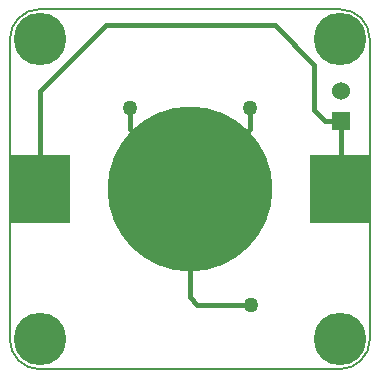
<source format=gtl>
G04 (created by PCBNEW (2013-03-15 BZR 4003)-stable) date 22-Apr-13 3:44:31 PM*
%MOIN*%
G04 Gerber Fmt 3.4, Leading zero omitted, Abs format*
%FSLAX34Y34*%
G01*
G70*
G90*
G04 APERTURE LIST*
%ADD10C,0.003*%
%ADD11C,0.005*%
%ADD12R,0.06X0.06*%
%ADD13C,0.06*%
%ADD14C,0.175*%
%ADD15R,0.2X0.225*%
%ADD16C,0.55*%
%ADD17C,0.05*%
%ADD18C,0.015*%
G04 APERTURE END LIST*
G54D10*
G54D11*
X22000Y-11000D02*
G75*
G03X21000Y-10000I-1000J0D01*
G74*
G01*
X11000Y-10000D02*
G75*
G03X10000Y-11000I0J-1000D01*
G74*
G01*
X10000Y-21000D02*
G75*
G03X11000Y-22000I1000J0D01*
G74*
G01*
X21000Y-22000D02*
G75*
G03X22000Y-21000I0J1000D01*
G74*
G01*
X10000Y-21000D02*
X10000Y-11000D01*
X21000Y-22000D02*
X11000Y-22000D01*
X22000Y-11000D02*
X22000Y-21000D01*
X11000Y-10000D02*
X21000Y-10000D01*
G54D12*
X21025Y-13725D03*
G54D13*
X21025Y-12725D03*
G54D14*
X21000Y-11000D03*
X11000Y-11000D03*
X11000Y-21000D03*
X21000Y-21000D03*
G54D15*
X21000Y-16000D03*
X11000Y-16000D03*
G54D16*
X16000Y-16000D03*
G54D17*
X14000Y-13300D03*
X18000Y-13300D03*
X18050Y-19850D03*
G54D18*
X18050Y-19850D02*
X16250Y-19850D01*
X16250Y-19850D02*
X16000Y-19600D01*
X16000Y-19600D02*
X16000Y-16000D01*
X14000Y-13300D02*
X14000Y-14000D01*
X14000Y-14000D02*
X16000Y-16000D01*
X18000Y-13300D02*
X18000Y-14000D01*
X18000Y-14000D02*
X16000Y-16000D01*
X16000Y-15300D02*
X16000Y-16000D01*
X20150Y-11850D02*
X20150Y-13375D01*
X20150Y-13375D02*
X20500Y-13725D01*
X20500Y-13725D02*
X21025Y-13725D01*
X11000Y-12725D02*
X11000Y-16000D01*
X13200Y-10525D02*
X11000Y-12725D01*
X18825Y-10525D02*
X13200Y-10525D01*
X20150Y-11850D02*
X18825Y-10525D01*
X21000Y-16000D02*
X21025Y-13725D01*
M02*

</source>
